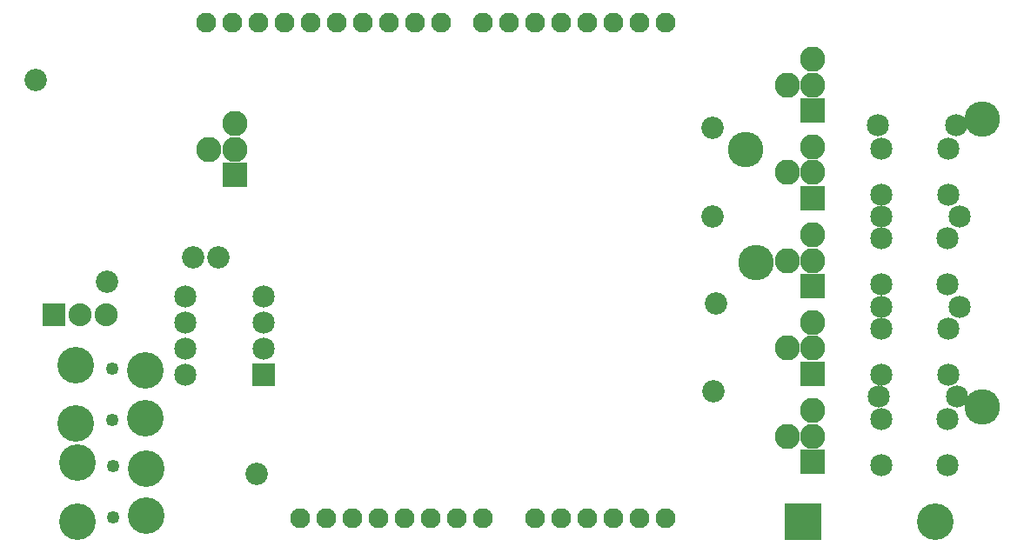
<source format=gbs>
G04 MADE WITH FRITZING*
G04 WWW.FRITZING.ORG*
G04 DOUBLE SIDED*
G04 HOLES PLATED*
G04 CONTOUR ON CENTER OF CONTOUR VECTOR*
%ASAXBY*%
%FSLAX23Y23*%
%MOIN*%
%OFA0B0*%
%SFA1.0B1.0*%
%ADD10C,0.085000*%
%ADD11C,0.076194*%
%ADD12C,0.076222*%
%ADD13C,0.139986*%
%ADD14C,0.135972*%
%ADD15C,0.097000*%
%ADD16C,0.088000*%
%ADD17C,0.049361*%
%ADD18C,0.085433*%
%ADD19R,0.140000X0.139986*%
%ADD20R,0.097000X0.097000*%
%ADD21R,0.088000X0.088000*%
%ADD22R,0.085000X0.085000*%
%LNMASK0*%
G90*
G70*
G54D10*
X3314Y1617D03*
X3614Y1617D03*
X3329Y1267D03*
X3629Y1267D03*
X3329Y922D03*
X3629Y922D03*
X3319Y578D03*
X3619Y578D03*
G54D11*
X2101Y110D03*
X2201Y110D03*
X2301Y110D03*
X2401Y110D03*
X2501Y110D03*
G54D12*
X1641Y2010D03*
X1541Y2010D03*
X1441Y2010D03*
X1341Y2010D03*
X1241Y2010D03*
X1141Y2010D03*
X1041Y2010D03*
X941Y2010D03*
X841Y2010D03*
X741Y2010D03*
X2501Y2010D03*
X2401Y2010D03*
X2301Y2010D03*
X2201Y2010D03*
X2101Y2010D03*
X2001Y2010D03*
X1901Y2010D03*
X1801Y2010D03*
G54D11*
X1201Y110D03*
X1101Y110D03*
X1301Y110D03*
X1401Y110D03*
X1501Y110D03*
X1601Y110D03*
X1701Y110D03*
X1801Y110D03*
X2001Y110D03*
G54D13*
X3030Y98D03*
X3534Y98D03*
G54D14*
X3715Y1641D03*
X3715Y539D03*
X2849Y1090D03*
X2810Y1523D03*
G54D15*
X851Y1623D03*
X851Y1427D03*
X753Y1525D03*
X851Y1525D03*
G54D16*
X157Y891D03*
X257Y891D03*
X357Y891D03*
G54D15*
X3066Y524D03*
X3066Y327D03*
X2968Y425D03*
X3066Y425D03*
X3065Y861D03*
X3065Y664D03*
X2967Y763D03*
X3065Y763D03*
X3065Y1196D03*
X3065Y1000D03*
X2967Y1098D03*
X3065Y1098D03*
X3065Y1535D03*
X3065Y1339D03*
X2967Y1437D03*
X3065Y1437D03*
X3065Y1870D03*
X3065Y1673D03*
X2967Y1772D03*
X3065Y1772D03*
G54D10*
X3583Y314D03*
X3327Y314D03*
X3583Y491D03*
X3327Y491D03*
X3584Y660D03*
X3329Y660D03*
X3584Y837D03*
X3329Y837D03*
X3583Y1007D03*
X3327Y1007D03*
X3583Y1184D03*
X3327Y1184D03*
X3584Y1350D03*
X3328Y1350D03*
X3584Y1527D03*
X3328Y1527D03*
X961Y662D03*
X661Y662D03*
X961Y762D03*
X661Y762D03*
X961Y862D03*
X661Y862D03*
X961Y962D03*
X661Y962D03*
G54D13*
X243Y473D03*
X243Y698D03*
X509Y495D03*
X509Y676D03*
G54D17*
X381Y684D03*
X381Y487D03*
G54D13*
X248Y99D03*
X248Y324D03*
X513Y121D03*
X513Y302D03*
G54D17*
X385Y310D03*
X385Y113D03*
G54D18*
X88Y1792D03*
X789Y1110D03*
X692Y1110D03*
X363Y1017D03*
X934Y280D03*
X2682Y1609D03*
X2682Y1268D03*
X2696Y934D03*
X2684Y597D03*
G54D19*
X3030Y98D03*
G54D20*
X851Y1427D03*
G54D21*
X157Y891D03*
G54D20*
X3066Y327D03*
X3065Y664D03*
X3065Y1000D03*
X3065Y1339D03*
X3065Y1673D03*
G54D22*
X961Y662D03*
G04 End of Mask0*
M02*
</source>
